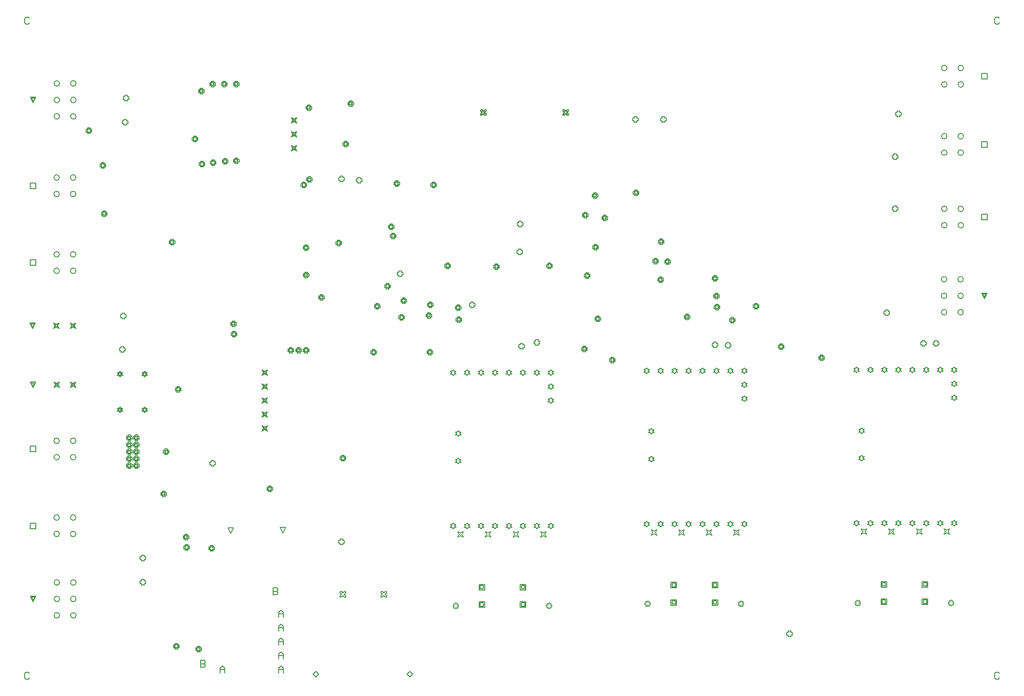
<source format=gbr>
%TF.GenerationSoftware,Altium Limited,Altium Designer,20.1.14 (287)*%
G04 Layer_Color=2752767*
%FSLAX25Y25*%
%MOIN*%
%TF.SameCoordinates,420D9B4C-C7A0-47ED-81AF-82C992674030*%
%TF.FilePolarity,Positive*%
%TF.FileFunction,Drawing*%
%TF.Part,Single*%
G01*
G75*
%TA.AperFunction,NonConductor*%
%ADD63C,0.00500*%
%ADD131C,0.00667*%
%ADD132C,0.00400*%
D63*
X18856Y311819D02*
Y315819D01*
X22856D01*
Y311819D01*
X18856D01*
Y366895D02*
Y370895D01*
X22856D01*
Y366895D01*
X18856D01*
X200000Y120000D02*
X198000Y124000D01*
X202000D01*
X200000Y120000D01*
X325500Y169500D02*
X326500Y170500D01*
X327500D01*
X326500Y171500D01*
X327500Y172500D01*
X326500D01*
X325500Y173500D01*
X324500Y172500D01*
X323500D01*
X324500Y171500D01*
X323500Y170500D01*
X324500D01*
X325500Y169500D01*
Y189200D02*
X326500Y190200D01*
X327500D01*
X326500Y191200D01*
X327500Y192200D01*
X326500D01*
X325500Y193200D01*
X324500Y192200D01*
X323500D01*
X324500Y191200D01*
X323500Y190200D01*
X324500D01*
X325500Y189200D01*
X384500Y116700D02*
X385500Y118700D01*
X384500Y120700D01*
X386500Y119700D01*
X388500Y120700D01*
X387500Y118700D01*
X388500Y116700D01*
X386500Y117700D01*
X384500Y116700D01*
X364800D02*
X365800Y118700D01*
X364800Y120700D01*
X366800Y119700D01*
X368800Y120700D01*
X367800Y118700D01*
X368800Y116700D01*
X366800Y117700D01*
X364800Y116700D01*
X345100D02*
X346100Y118700D01*
X345100Y120700D01*
X347100Y119700D01*
X349100Y120700D01*
X348100Y118700D01*
X349100Y116700D01*
X347100Y117700D01*
X345100Y116700D01*
X325400D02*
X326400Y118700D01*
X325400Y120700D01*
X327400Y119700D01*
X329400Y120700D01*
X328400Y118700D01*
X329400Y116700D01*
X327400Y117700D01*
X325400Y116700D01*
X392000Y212700D02*
X393000Y213700D01*
X394000D01*
X393000Y214700D01*
X394000Y215700D01*
X393000D01*
X392000Y216700D01*
X391000Y215700D01*
X390000D01*
X391000Y214700D01*
X390000Y213700D01*
X391000D01*
X392000Y212700D01*
Y222700D02*
X393000Y223700D01*
X394000D01*
X393000Y224700D01*
X394000Y225700D01*
X393000D01*
X392000Y226700D01*
X391000Y225700D01*
X390000D01*
X391000Y224700D01*
X390000Y223700D01*
X391000D01*
X392000Y222700D01*
Y232700D02*
X393000Y233700D01*
X394000D01*
X393000Y234700D01*
X394000Y235700D01*
X393000D01*
X392000Y236700D01*
X391000Y235700D01*
X390000D01*
X391000Y234700D01*
X390000Y233700D01*
X391000D01*
X392000Y232700D01*
X382000D02*
X383000Y233700D01*
X384000D01*
X383000Y234700D01*
X384000Y235700D01*
X383000D01*
X382000Y236700D01*
X381000Y235700D01*
X380000D01*
X381000Y234700D01*
X380000Y233700D01*
X381000D01*
X382000Y232700D01*
X372000D02*
X373000Y233700D01*
X374000D01*
X373000Y234700D01*
X374000Y235700D01*
X373000D01*
X372000Y236700D01*
X371000Y235700D01*
X370000D01*
X371000Y234700D01*
X370000Y233700D01*
X371000D01*
X372000Y232700D01*
X362000D02*
X363000Y233700D01*
X364000D01*
X363000Y234700D01*
X364000Y235700D01*
X363000D01*
X362000Y236700D01*
X361000Y235700D01*
X360000D01*
X361000Y234700D01*
X360000Y233700D01*
X361000D01*
X362000Y232700D01*
X352000D02*
X353000Y233700D01*
X354000D01*
X353000Y234700D01*
X354000Y235700D01*
X353000D01*
X352000Y236700D01*
X351000Y235700D01*
X350000D01*
X351000Y234700D01*
X350000Y233700D01*
X351000D01*
X352000Y232700D01*
X342000D02*
X343000Y233700D01*
X344000D01*
X343000Y234700D01*
X344000Y235700D01*
X343000D01*
X342000Y236700D01*
X341000Y235700D01*
X340000D01*
X341000Y234700D01*
X340000Y233700D01*
X341000D01*
X342000Y232700D01*
X332000D02*
X333000Y233700D01*
X334000D01*
X333000Y234700D01*
X334000Y235700D01*
X333000D01*
X332000Y236700D01*
X331000Y235700D01*
X330000D01*
X331000Y234700D01*
X330000Y233700D01*
X331000D01*
X332000Y232700D01*
X322000D02*
X323000Y233700D01*
X324000D01*
X323000Y234700D01*
X324000Y235700D01*
X323000D01*
X322000Y236700D01*
X321000Y235700D01*
X320000D01*
X321000Y234700D01*
X320000Y233700D01*
X321000D01*
X322000Y232700D01*
Y122700D02*
X323000Y123700D01*
X324000D01*
X323000Y124700D01*
X324000Y125700D01*
X323000D01*
X322000Y126700D01*
X321000Y125700D01*
X320000D01*
X321000Y124700D01*
X320000Y123700D01*
X321000D01*
X322000Y122700D01*
X332000D02*
X333000Y123700D01*
X334000D01*
X333000Y124700D01*
X334000Y125700D01*
X333000D01*
X332000Y126700D01*
X331000Y125700D01*
X330000D01*
X331000Y124700D01*
X330000Y123700D01*
X331000D01*
X332000Y122700D01*
X342000D02*
X343000Y123700D01*
X344000D01*
X343000Y124700D01*
X344000Y125700D01*
X343000D01*
X342000Y126700D01*
X341000Y125700D01*
X340000D01*
X341000Y124700D01*
X340000Y123700D01*
X341000D01*
X342000Y122700D01*
X352000D02*
X353000Y123700D01*
X354000D01*
X353000Y124700D01*
X354000Y125700D01*
X353000D01*
X352000Y126700D01*
X351000Y125700D01*
X350000D01*
X351000Y124700D01*
X350000Y123700D01*
X351000D01*
X352000Y122700D01*
X362000D02*
X363000Y123700D01*
X364000D01*
X363000Y124700D01*
X364000Y125700D01*
X363000D01*
X362000Y126700D01*
X361000Y125700D01*
X360000D01*
X361000Y124700D01*
X360000Y123700D01*
X361000D01*
X362000Y122700D01*
X372000D02*
X373000Y123700D01*
X374000D01*
X373000Y124700D01*
X374000Y125700D01*
X373000D01*
X372000Y126700D01*
X371000Y125700D01*
X370000D01*
X371000Y124700D01*
X370000Y123700D01*
X371000D01*
X372000Y122700D01*
X382000D02*
X383000Y123700D01*
X384000D01*
X383000Y124700D01*
X384000Y125700D01*
X383000D01*
X382000Y126700D01*
X381000Y125700D01*
X380000D01*
X381000Y124700D01*
X380000Y123700D01*
X381000D01*
X382000Y122700D01*
X392000D02*
X393000Y123700D01*
X394000D01*
X393000Y124700D01*
X394000Y125700D01*
X393000D01*
X392000Y126700D01*
X391000Y125700D01*
X390000D01*
X391000Y124700D01*
X390000Y123700D01*
X391000D01*
X392000Y122700D01*
X148500Y169000D02*
Y168000D01*
X150500D01*
Y169000D01*
X151500D01*
Y171000D01*
X150500D01*
Y172000D01*
X148500D01*
Y171000D01*
X147500D01*
Y169000D01*
X148500D01*
X451500Y415500D02*
Y414500D01*
X453500D01*
Y415500D01*
X454500D01*
Y417500D01*
X453500D01*
Y418500D01*
X451500D01*
Y417500D01*
X450500D01*
Y415500D01*
X451500D01*
X241000Y112500D02*
Y111500D01*
X243000D01*
Y112500D01*
X244000D01*
Y114500D01*
X243000D01*
Y115500D01*
X241000D01*
Y114500D01*
X240000D01*
Y112500D01*
X241000D01*
X471500Y415500D02*
Y414500D01*
X473500D01*
Y415500D01*
X474500D01*
Y417500D01*
X473500D01*
Y418500D01*
X471500D01*
Y417500D01*
X470500D01*
Y415500D01*
X471500D01*
X562000Y46500D02*
Y45500D01*
X564000D01*
Y46500D01*
X565000D01*
Y48500D01*
X564000D01*
Y49500D01*
X562000D01*
Y48500D01*
X561000D01*
Y46500D01*
X562000D01*
X270400Y74000D02*
X271400D01*
X272400Y75000D01*
X273400Y74000D01*
X274400D01*
Y75000D01*
X273400Y76000D01*
X274400Y77000D01*
Y78000D01*
X273400D01*
X272400Y77000D01*
X271400Y78000D01*
X270400D01*
Y77000D01*
X271400Y76000D01*
X270400Y75000D01*
Y74000D01*
X241000D02*
X242000D01*
X243000Y75000D01*
X244000Y74000D01*
X245000D01*
Y75000D01*
X244000Y76000D01*
X245000Y77000D01*
Y78000D01*
X244000D01*
X243000Y77000D01*
X242000Y78000D01*
X241000D01*
Y77000D01*
X242000Y76000D01*
X241000Y75000D01*
Y74000D01*
X289000Y18500D02*
X291000Y20500D01*
X293000Y18500D01*
X291000Y16500D01*
X289000Y18500D01*
X221500D02*
X223500Y20500D01*
X225500Y18500D01*
X223500Y16500D01*
X221500Y18500D01*
X370000Y66500D02*
Y70500D01*
X374000D01*
Y66500D01*
X370000D01*
X370800Y67300D02*
Y69700D01*
X373200D01*
Y67300D01*
X370800D01*
X370000Y79020D02*
Y83020D01*
X374000D01*
Y79020D01*
X370000D01*
X370800Y79820D02*
Y82220D01*
X373200D01*
Y79820D01*
X370800D01*
X340512Y66500D02*
Y70500D01*
X344512D01*
Y66500D01*
X340512D01*
X341312Y67300D02*
Y69700D01*
X343712D01*
Y67300D01*
X341312D01*
X340512Y79020D02*
Y83020D01*
X344512D01*
Y79020D01*
X340512D01*
X341312Y79820D02*
Y82220D01*
X343712D01*
Y79820D01*
X341312D01*
X478000Y80520D02*
Y84520D01*
X482000D01*
Y80520D01*
X478000D01*
X478800Y81320D02*
Y83720D01*
X481200D01*
Y81320D01*
X478800D01*
X478000Y68000D02*
Y72000D01*
X482000D01*
Y68000D01*
X478000D01*
X478800Y68800D02*
Y71200D01*
X481200D01*
Y68800D01*
X478800D01*
X507488Y80520D02*
Y84520D01*
X511488D01*
Y80520D01*
X507488D01*
X508288Y81320D02*
Y83720D01*
X510688D01*
Y81320D01*
X508288D01*
X507488Y68000D02*
Y72000D01*
X511488D01*
Y68000D01*
X507488D01*
X508288Y68800D02*
Y71200D01*
X510688D01*
Y68800D01*
X508288D01*
X658000Y68500D02*
Y72500D01*
X662000D01*
Y68500D01*
X658000D01*
X658800Y69300D02*
Y71700D01*
X661200D01*
Y69300D01*
X658800D01*
X658000Y81020D02*
Y85020D01*
X662000D01*
Y81020D01*
X658000D01*
X658800Y81820D02*
Y84220D01*
X661200D01*
Y81820D01*
X658800D01*
X628512Y68500D02*
Y72500D01*
X632512D01*
Y68500D01*
X628512D01*
X629312Y69300D02*
Y71700D01*
X631712D01*
Y69300D01*
X629312D01*
X628512Y81020D02*
Y85020D01*
X632512D01*
Y81020D01*
X628512D01*
X629312Y81820D02*
Y84220D01*
X631712D01*
Y81820D01*
X629312D01*
X702500Y288000D02*
X700500Y292000D01*
X704500D01*
X702500Y288000D01*
Y288800D02*
X701300Y291200D01*
X703700D01*
X702500Y288800D01*
X21000Y428500D02*
X19000Y432500D01*
X23000D01*
X21000Y428500D01*
Y429300D02*
X19800Y431700D01*
X22200D01*
X21000Y429300D01*
X83142Y231795D02*
X84142Y232795D01*
X85142D01*
X84142Y233795D01*
X85142Y234795D01*
X84142D01*
X83142Y235795D01*
X82142Y234795D01*
X81142D01*
X82142Y233795D01*
X81142Y232795D01*
X82142D01*
X83142Y231795D01*
Y232595D02*
X83742Y233195D01*
X84342D01*
X83742Y233795D01*
X84342Y234395D01*
X83742D01*
X83142Y234995D01*
X82542Y234395D01*
X81942D01*
X82542Y233795D01*
X81942Y233195D01*
X82542D01*
X83142Y232595D01*
Y206205D02*
X84142Y207205D01*
X85142D01*
X84142Y208205D01*
X85142Y209205D01*
X84142D01*
X83142Y210205D01*
X82142Y209205D01*
X81142D01*
X82142Y208205D01*
X81142Y207205D01*
X82142D01*
X83142Y206205D01*
Y207005D02*
X83742Y207605D01*
X84342D01*
X83742Y208205D01*
X84342Y208805D01*
X83742D01*
X83142Y209405D01*
X82542Y208805D01*
X81942D01*
X82542Y208205D01*
X81942Y207605D01*
X82542D01*
X83142Y207005D01*
X100858Y206205D02*
X101858Y207205D01*
X102858D01*
X101858Y208205D01*
X102858Y209205D01*
X101858D01*
X100858Y210205D01*
X99858Y209205D01*
X98858D01*
X99858Y208205D01*
X98858Y207205D01*
X99858D01*
X100858Y206205D01*
Y207005D02*
X101458Y207605D01*
X102058D01*
X101458Y208205D01*
X102058Y208805D01*
X101458D01*
X100858Y209405D01*
X100258Y208805D01*
X99658D01*
X100258Y208205D01*
X99658Y207605D01*
X100258D01*
X100858Y207005D01*
Y231795D02*
X101858Y232795D01*
X102858D01*
X101858Y233795D01*
X102858Y234795D01*
X101858D01*
X100858Y235795D01*
X99858Y234795D01*
X98858D01*
X99858Y233795D01*
X98858Y232795D01*
X99858D01*
X100858Y231795D01*
Y232595D02*
X101458Y233195D01*
X102058D01*
X101458Y233795D01*
X102058Y234395D01*
X101458D01*
X100858Y234995D01*
X100258Y234395D01*
X99658D01*
X100258Y233795D01*
X99658Y233195D01*
X100258D01*
X100858Y232595D01*
X84500Y274500D02*
Y273500D01*
X86500D01*
Y274500D01*
X87500D01*
Y276500D01*
X86500D01*
Y277500D01*
X84500D01*
Y276500D01*
X83500D01*
Y274500D01*
X84500D01*
X35689Y266500D02*
X36689Y268500D01*
X35689Y270500D01*
X37689Y269500D01*
X39689Y270500D01*
X38689Y268500D01*
X39689Y266500D01*
X37689Y267500D01*
X35689Y266500D01*
X36489Y267300D02*
X37089Y268500D01*
X36489Y269700D01*
X37689Y269100D01*
X38889Y269700D01*
X38289Y268500D01*
X38889Y267300D01*
X37689Y267900D01*
X36489Y267300D01*
X47500Y266500D02*
X48500Y268500D01*
X47500Y270500D01*
X49500Y269500D01*
X51500Y270500D01*
X50500Y268500D01*
X51500Y266500D01*
X49500Y267500D01*
X47500Y266500D01*
X48300Y267300D02*
X48900Y268500D01*
X48300Y269700D01*
X49500Y269100D01*
X50700Y269700D01*
X50100Y268500D01*
X50700Y267300D01*
X49500Y267900D01*
X48300Y267300D01*
X20681Y266500D02*
X18681Y270500D01*
X22681D01*
X20681Y266500D01*
Y267300D02*
X19481Y269700D01*
X21881D01*
X20681Y267300D01*
X35864Y224057D02*
X36864Y226057D01*
X35864Y228057D01*
X37864Y227057D01*
X39864Y228057D01*
X38864Y226057D01*
X39864Y224057D01*
X37864Y225057D01*
X35864Y224057D01*
X36664Y224857D02*
X37264Y226057D01*
X36664Y227257D01*
X37864Y226657D01*
X39064Y227257D01*
X38464Y226057D01*
X39064Y224857D01*
X37864Y225457D01*
X36664Y224857D01*
X47675Y224057D02*
X48675Y226057D01*
X47675Y228057D01*
X49675Y227057D01*
X51675Y228057D01*
X50675Y226057D01*
X51675Y224057D01*
X49675Y225057D01*
X47675Y224057D01*
X48475Y224857D02*
X49075Y226057D01*
X48475Y227257D01*
X49675Y226657D01*
X50875Y227257D01*
X50275Y226057D01*
X50875Y224857D01*
X49675Y225457D01*
X48475Y224857D01*
X20856Y224057D02*
X18856Y228057D01*
X22856D01*
X20856Y224057D01*
Y224857D02*
X19656Y227257D01*
X22056D01*
X20856Y224857D01*
X18856Y178093D02*
Y182093D01*
X22856D01*
Y178093D01*
X18856D01*
Y123017D02*
Y127017D01*
X22856D01*
Y123017D01*
X18856D01*
X21000Y70500D02*
X19000Y74500D01*
X23000D01*
X21000Y70500D01*
Y71300D02*
X19800Y73700D01*
X22200D01*
X21000Y71300D01*
X614500Y171500D02*
X615500Y172500D01*
X616500D01*
X615500Y173500D01*
X616500Y174500D01*
X615500D01*
X614500Y175500D01*
X613500Y174500D01*
X612500D01*
X613500Y173500D01*
X612500Y172500D01*
X613500D01*
X614500Y171500D01*
Y191200D02*
X615500Y192200D01*
X616500D01*
X615500Y193200D01*
X616500Y194200D01*
X615500D01*
X614500Y195200D01*
X613500Y194200D01*
X612500D01*
X613500Y193200D01*
X612500Y192200D01*
X613500D01*
X614500Y191200D01*
X673500Y118700D02*
X674500Y120700D01*
X673500Y122700D01*
X675500Y121700D01*
X677500Y122700D01*
X676500Y120700D01*
X677500Y118700D01*
X675500Y119700D01*
X673500Y118700D01*
X653800D02*
X654800Y120700D01*
X653800Y122700D01*
X655800Y121700D01*
X657800Y122700D01*
X656800Y120700D01*
X657800Y118700D01*
X655800Y119700D01*
X653800Y118700D01*
X634100D02*
X635100Y120700D01*
X634100Y122700D01*
X636100Y121700D01*
X638100Y122700D01*
X637100Y120700D01*
X638100Y118700D01*
X636100Y119700D01*
X634100Y118700D01*
X614400D02*
X615400Y120700D01*
X614400Y122700D01*
X616400Y121700D01*
X618400Y122700D01*
X617400Y120700D01*
X618400Y118700D01*
X616400Y119700D01*
X614400Y118700D01*
X681000Y214700D02*
X682000Y215700D01*
X683000D01*
X682000Y216700D01*
X683000Y217700D01*
X682000D01*
X681000Y218700D01*
X680000Y217700D01*
X679000D01*
X680000Y216700D01*
X679000Y215700D01*
X680000D01*
X681000Y214700D01*
Y224700D02*
X682000Y225700D01*
X683000D01*
X682000Y226700D01*
X683000Y227700D01*
X682000D01*
X681000Y228700D01*
X680000Y227700D01*
X679000D01*
X680000Y226700D01*
X679000Y225700D01*
X680000D01*
X681000Y224700D01*
Y234700D02*
X682000Y235700D01*
X683000D01*
X682000Y236700D01*
X683000Y237700D01*
X682000D01*
X681000Y238700D01*
X680000Y237700D01*
X679000D01*
X680000Y236700D01*
X679000Y235700D01*
X680000D01*
X681000Y234700D01*
X671000D02*
X672000Y235700D01*
X673000D01*
X672000Y236700D01*
X673000Y237700D01*
X672000D01*
X671000Y238700D01*
X670000Y237700D01*
X669000D01*
X670000Y236700D01*
X669000Y235700D01*
X670000D01*
X671000Y234700D01*
X661000D02*
X662000Y235700D01*
X663000D01*
X662000Y236700D01*
X663000Y237700D01*
X662000D01*
X661000Y238700D01*
X660000Y237700D01*
X659000D01*
X660000Y236700D01*
X659000Y235700D01*
X660000D01*
X661000Y234700D01*
X651000D02*
X652000Y235700D01*
X653000D01*
X652000Y236700D01*
X653000Y237700D01*
X652000D01*
X651000Y238700D01*
X650000Y237700D01*
X649000D01*
X650000Y236700D01*
X649000Y235700D01*
X650000D01*
X651000Y234700D01*
X641000D02*
X642000Y235700D01*
X643000D01*
X642000Y236700D01*
X643000Y237700D01*
X642000D01*
X641000Y238700D01*
X640000Y237700D01*
X639000D01*
X640000Y236700D01*
X639000Y235700D01*
X640000D01*
X641000Y234700D01*
X631000D02*
X632000Y235700D01*
X633000D01*
X632000Y236700D01*
X633000Y237700D01*
X632000D01*
X631000Y238700D01*
X630000Y237700D01*
X629000D01*
X630000Y236700D01*
X629000Y235700D01*
X630000D01*
X631000Y234700D01*
X621000D02*
X622000Y235700D01*
X623000D01*
X622000Y236700D01*
X623000Y237700D01*
X622000D01*
X621000Y238700D01*
X620000Y237700D01*
X619000D01*
X620000Y236700D01*
X619000Y235700D01*
X620000D01*
X621000Y234700D01*
X611000D02*
X612000Y235700D01*
X613000D01*
X612000Y236700D01*
X613000Y237700D01*
X612000D01*
X611000Y238700D01*
X610000Y237700D01*
X609000D01*
X610000Y236700D01*
X609000Y235700D01*
X610000D01*
X611000Y234700D01*
Y124700D02*
X612000Y125700D01*
X613000D01*
X612000Y126700D01*
X613000Y127700D01*
X612000D01*
X611000Y128700D01*
X610000Y127700D01*
X609000D01*
X610000Y126700D01*
X609000Y125700D01*
X610000D01*
X611000Y124700D01*
X621000D02*
X622000Y125700D01*
X623000D01*
X622000Y126700D01*
X623000Y127700D01*
X622000D01*
X621000Y128700D01*
X620000Y127700D01*
X619000D01*
X620000Y126700D01*
X619000Y125700D01*
X620000D01*
X621000Y124700D01*
X631000D02*
X632000Y125700D01*
X633000D01*
X632000Y126700D01*
X633000Y127700D01*
X632000D01*
X631000Y128700D01*
X630000Y127700D01*
X629000D01*
X630000Y126700D01*
X629000Y125700D01*
X630000D01*
X631000Y124700D01*
X641000D02*
X642000Y125700D01*
X643000D01*
X642000Y126700D01*
X643000Y127700D01*
X642000D01*
X641000Y128700D01*
X640000Y127700D01*
X639000D01*
X640000Y126700D01*
X639000Y125700D01*
X640000D01*
X641000Y124700D01*
X651000D02*
X652000Y125700D01*
X653000D01*
X652000Y126700D01*
X653000Y127700D01*
X652000D01*
X651000Y128700D01*
X650000Y127700D01*
X649000D01*
X650000Y126700D01*
X649000Y125700D01*
X650000D01*
X651000Y124700D01*
X661000D02*
X662000Y125700D01*
X663000D01*
X662000Y126700D01*
X663000Y127700D01*
X662000D01*
X661000Y128700D01*
X660000Y127700D01*
X659000D01*
X660000Y126700D01*
X659000Y125700D01*
X660000D01*
X661000Y124700D01*
X671000D02*
X672000Y125700D01*
X673000D01*
X672000Y126700D01*
X673000Y127700D01*
X672000D01*
X671000Y128700D01*
X670000Y127700D01*
X669000D01*
X670000Y126700D01*
X669000Y125700D01*
X670000D01*
X671000Y124700D01*
X681000D02*
X682000Y125700D01*
X683000D01*
X682000Y126700D01*
X683000Y127700D01*
X682000D01*
X681000Y128700D01*
X680000Y127700D01*
X679000D01*
X680000Y126700D01*
X679000Y125700D01*
X680000D01*
X681000Y124700D01*
X253500Y372000D02*
Y371000D01*
X255500D01*
Y372000D01*
X256500D01*
Y374000D01*
X255500D01*
Y375000D01*
X253500D01*
Y374000D01*
X252500D01*
Y372000D01*
X253500D01*
X241000Y373000D02*
Y372000D01*
X243000D01*
Y373000D01*
X244000D01*
Y375000D01*
X243000D01*
Y376000D01*
X241000D01*
Y375000D01*
X240000D01*
Y373000D01*
X241000D01*
X658000Y255000D02*
Y254000D01*
X660000D01*
Y255000D01*
X661000D01*
Y257000D01*
X660000D01*
Y258000D01*
X658000D01*
Y257000D01*
X657000D01*
Y255000D01*
X658000D01*
X508500Y254000D02*
Y253000D01*
X510500D01*
Y254000D01*
X511500D01*
Y256000D01*
X510500D01*
Y257000D01*
X508500D01*
Y256000D01*
X507500D01*
Y254000D01*
X508500D01*
X381000Y255500D02*
Y254500D01*
X383000D01*
Y255500D01*
X384000D01*
Y257500D01*
X383000D01*
Y258500D01*
X381000D01*
Y257500D01*
X380000D01*
Y255500D01*
X381000D01*
X370000Y253000D02*
Y252000D01*
X372000D01*
Y253000D01*
X373000D01*
Y255000D01*
X372000D01*
Y256000D01*
X370000D01*
Y255000D01*
X369000D01*
Y253000D01*
X370000D01*
X667000Y255000D02*
Y254000D01*
X669000D01*
Y255000D01*
X670000D01*
Y257000D01*
X669000D01*
Y258000D01*
X667000D01*
Y257000D01*
X666000D01*
Y255000D01*
X667000D01*
X88823Y187028D02*
Y186028D01*
X90823D01*
Y187028D01*
X91823D01*
Y189028D01*
X90823D01*
Y190028D01*
X88823D01*
Y189028D01*
X87823D01*
Y187028D01*
X88823D01*
X89223Y187428D02*
Y186828D01*
X90423D01*
Y187428D01*
X91023D01*
Y188628D01*
X90423D01*
Y189228D01*
X89223D01*
Y188628D01*
X88623D01*
Y187428D01*
X89223D01*
X93823Y187028D02*
Y186028D01*
X95823D01*
Y187028D01*
X96823D01*
Y189028D01*
X95823D01*
Y190028D01*
X93823D01*
Y189028D01*
X92823D01*
Y187028D01*
X93823D01*
X94223Y187428D02*
Y186828D01*
X95423D01*
Y187428D01*
X96023D01*
Y188628D01*
X95423D01*
Y189228D01*
X94223D01*
Y188628D01*
X93623D01*
Y187428D01*
X94223D01*
X88823Y182028D02*
Y181028D01*
X90823D01*
Y182028D01*
X91823D01*
Y184028D01*
X90823D01*
Y185028D01*
X88823D01*
Y184028D01*
X87823D01*
Y182028D01*
X88823D01*
X89223Y182428D02*
Y181828D01*
X90423D01*
Y182428D01*
X91023D01*
Y183628D01*
X90423D01*
Y184228D01*
X89223D01*
Y183628D01*
X88623D01*
Y182428D01*
X89223D01*
X93823Y182028D02*
Y181028D01*
X95823D01*
Y182028D01*
X96823D01*
Y184028D01*
X95823D01*
Y185028D01*
X93823D01*
Y184028D01*
X92823D01*
Y182028D01*
X93823D01*
X94223Y182428D02*
Y181828D01*
X95423D01*
Y182428D01*
X96023D01*
Y183628D01*
X95423D01*
Y184228D01*
X94223D01*
Y183628D01*
X93623D01*
Y182428D01*
X94223D01*
X88823Y177028D02*
Y176028D01*
X90823D01*
Y177028D01*
X91823D01*
Y179028D01*
X90823D01*
Y180028D01*
X88823D01*
Y179028D01*
X87823D01*
Y177028D01*
X88823D01*
X89223Y177428D02*
Y176828D01*
X90423D01*
Y177428D01*
X91023D01*
Y178628D01*
X90423D01*
Y179228D01*
X89223D01*
Y178628D01*
X88623D01*
Y177428D01*
X89223D01*
X93823Y177028D02*
Y176028D01*
X95823D01*
Y177028D01*
X96823D01*
Y179028D01*
X95823D01*
Y180028D01*
X93823D01*
Y179028D01*
X92823D01*
Y177028D01*
X93823D01*
X94223Y177428D02*
Y176828D01*
X95423D01*
Y177428D01*
X96023D01*
Y178628D01*
X95423D01*
Y179228D01*
X94223D01*
Y178628D01*
X93623D01*
Y177428D01*
X94223D01*
X88823Y172028D02*
Y171028D01*
X90823D01*
Y172028D01*
X91823D01*
Y174028D01*
X90823D01*
Y175028D01*
X88823D01*
Y174028D01*
X87823D01*
Y172028D01*
X88823D01*
X89223Y172428D02*
Y171828D01*
X90423D01*
Y172428D01*
X91023D01*
Y173628D01*
X90423D01*
Y174228D01*
X89223D01*
Y173628D01*
X88623D01*
Y172428D01*
X89223D01*
X93823Y172028D02*
Y171028D01*
X95823D01*
Y172028D01*
X96823D01*
Y174028D01*
X95823D01*
Y175028D01*
X93823D01*
Y174028D01*
X92823D01*
Y172028D01*
X93823D01*
X94223Y172428D02*
Y171828D01*
X95423D01*
Y172428D01*
X96023D01*
Y173628D01*
X95423D01*
Y174228D01*
X94223D01*
Y173628D01*
X93623D01*
Y172428D01*
X94223D01*
X88823Y167028D02*
Y166028D01*
X90823D01*
Y167028D01*
X91823D01*
Y169028D01*
X90823D01*
Y170028D01*
X88823D01*
Y169028D01*
X87823D01*
Y167028D01*
X88823D01*
X89223Y167428D02*
Y166828D01*
X90423D01*
Y167428D01*
X91023D01*
Y168628D01*
X90423D01*
Y169228D01*
X89223D01*
Y168628D01*
X88623D01*
Y167428D01*
X89223D01*
X93823Y167028D02*
Y166028D01*
X95823D01*
Y167028D01*
X96823D01*
Y169028D01*
X95823D01*
Y170028D01*
X93823D01*
Y169028D01*
X92823D01*
Y167028D01*
X93823D01*
X94223Y167428D02*
Y166828D01*
X95423D01*
Y167428D01*
X96023D01*
Y168628D01*
X95423D01*
Y169228D01*
X94223D01*
Y168628D01*
X93623D01*
Y167428D01*
X94223D01*
X637500Y351500D02*
Y350500D01*
X639500D01*
Y351500D01*
X640500D01*
Y353500D01*
X639500D01*
Y354500D01*
X637500D01*
Y353500D01*
X636500D01*
Y351500D01*
X637500D01*
Y389000D02*
Y388000D01*
X639500D01*
Y389000D01*
X640500D01*
Y391000D01*
X639500D01*
Y392000D01*
X637500D01*
Y391000D01*
X636500D01*
Y389000D01*
X637500D01*
X640000Y419500D02*
Y418500D01*
X642000D01*
Y419500D01*
X643000D01*
Y421500D01*
X642000D01*
Y422500D01*
X640000D01*
Y421500D01*
X639000D01*
Y419500D01*
X640000D01*
X86000Y413500D02*
Y412500D01*
X88000D01*
Y413500D01*
X89000D01*
Y415500D01*
X88000D01*
Y416500D01*
X86000D01*
Y415500D01*
X85000D01*
Y413500D01*
X86000D01*
X86500Y431000D02*
Y430000D01*
X88500D01*
Y431000D01*
X89500D01*
Y433000D01*
X88500D01*
Y434000D01*
X86500D01*
Y433000D01*
X85500D01*
Y431000D01*
X86500D01*
X98500Y83500D02*
Y82500D01*
X100500D01*
Y83500D01*
X101500D01*
Y85500D01*
X100500D01*
Y86500D01*
X98500D01*
Y85500D01*
X97500D01*
Y83500D01*
X98500D01*
Y101000D02*
Y100000D01*
X100500D01*
Y101000D01*
X101500D01*
Y103000D01*
X100500D01*
Y104000D01*
X98500D01*
Y103000D01*
X97500D01*
Y101000D01*
X98500D01*
X84000Y250500D02*
Y249500D01*
X86000D01*
Y250500D01*
X87000D01*
Y252500D01*
X86000D01*
Y253500D01*
X84000D01*
Y252500D01*
X83000D01*
Y250500D01*
X84000D01*
X283000Y305000D02*
Y304000D01*
X285000D01*
Y305000D01*
X286000D01*
Y307000D01*
X285000D01*
Y308000D01*
X283000D01*
Y307000D01*
X282000D01*
Y305000D01*
X283000D01*
X368500Y320500D02*
Y319500D01*
X370500D01*
Y320500D01*
X371500D01*
Y322500D01*
X370500D01*
Y323500D01*
X368500D01*
Y322500D01*
X367500D01*
Y320500D01*
X368500D01*
X369000Y340500D02*
Y339500D01*
X371000D01*
Y340500D01*
X372000D01*
Y342500D01*
X371000D01*
Y343500D01*
X369000D01*
Y342500D01*
X368000D01*
Y340500D01*
X369000D01*
X162500Y119500D02*
X160500Y123500D01*
X164500D01*
X162500Y119500D01*
X334500Y282500D02*
Y281500D01*
X336500D01*
Y282500D01*
X337500D01*
Y284500D01*
X336500D01*
Y285500D01*
X334500D01*
Y284500D01*
X333500D01*
Y282500D01*
X334500D01*
X631500Y277000D02*
Y276000D01*
X633500D01*
Y277000D01*
X634500D01*
Y279000D01*
X633500D01*
Y280000D01*
X631500D01*
Y279000D01*
X630500D01*
Y277000D01*
X631500D01*
X700644Y445500D02*
Y449500D01*
X704644D01*
Y445500D01*
X700644D01*
Y396595D02*
Y400595D01*
X704644D01*
Y396595D01*
X700644D01*
Y344500D02*
Y348500D01*
X704644D01*
Y344500D01*
X700644D01*
X341472Y419500D02*
X342472D01*
X343472Y420500D01*
X344472Y419500D01*
X345472D01*
Y420500D01*
X344472Y421500D01*
X345472Y422500D01*
Y423500D01*
X344472D01*
X343472Y422500D01*
X342472Y423500D01*
X341472D01*
Y422500D01*
X342472Y421500D01*
X341472Y420500D01*
Y419500D01*
X342272Y420300D02*
X342872D01*
X343472Y420900D01*
X344072Y420300D01*
X344672D01*
Y420900D01*
X344072Y421500D01*
X344672Y422100D01*
Y422700D01*
X344072D01*
X343472Y422100D01*
X342872Y422700D01*
X342272D01*
Y422100D01*
X342872Y421500D01*
X342272Y420900D01*
Y420300D01*
X400528Y419500D02*
X401528D01*
X402528Y420500D01*
X403528Y419500D01*
X404528D01*
Y420500D01*
X403528Y421500D01*
X404528Y422500D01*
Y423500D01*
X403528D01*
X402528Y422500D01*
X401528Y423500D01*
X400528D01*
Y422500D01*
X401528Y421500D01*
X400528Y420500D01*
Y419500D01*
X401328Y420300D02*
X401928D01*
X402528Y420900D01*
X403128Y420300D01*
X403728D01*
Y420900D01*
X403128Y421500D01*
X403728Y422100D01*
Y422700D01*
X403128D01*
X402528Y422100D01*
X401928Y422700D01*
X401328D01*
Y422100D01*
X401928Y421500D01*
X401328Y420900D01*
Y420300D01*
X518000Y253500D02*
Y252500D01*
X520000D01*
Y253500D01*
X521000D01*
Y255500D01*
X520000D01*
Y256500D01*
X518000D01*
Y255500D01*
X517000D01*
Y253500D01*
X518000D01*
X530500Y124200D02*
X531500Y125200D01*
X532500D01*
X531500Y126200D01*
X532500Y127200D01*
X531500D01*
X530500Y128200D01*
X529500Y127200D01*
X528500D01*
X529500Y126200D01*
X528500Y125200D01*
X529500D01*
X530500Y124200D01*
X520500D02*
X521500Y125200D01*
X522500D01*
X521500Y126200D01*
X522500Y127200D01*
X521500D01*
X520500Y128200D01*
X519500Y127200D01*
X518500D01*
X519500Y126200D01*
X518500Y125200D01*
X519500D01*
X520500Y124200D01*
X510500D02*
X511500Y125200D01*
X512500D01*
X511500Y126200D01*
X512500Y127200D01*
X511500D01*
X510500Y128200D01*
X509500Y127200D01*
X508500D01*
X509500Y126200D01*
X508500Y125200D01*
X509500D01*
X510500Y124200D01*
X500500D02*
X501500Y125200D01*
X502500D01*
X501500Y126200D01*
X502500Y127200D01*
X501500D01*
X500500Y128200D01*
X499500Y127200D01*
X498500D01*
X499500Y126200D01*
X498500Y125200D01*
X499500D01*
X500500Y124200D01*
X490500D02*
X491500Y125200D01*
X492500D01*
X491500Y126200D01*
X492500Y127200D01*
X491500D01*
X490500Y128200D01*
X489500Y127200D01*
X488500D01*
X489500Y126200D01*
X488500Y125200D01*
X489500D01*
X490500Y124200D01*
X480500D02*
X481500Y125200D01*
X482500D01*
X481500Y126200D01*
X482500Y127200D01*
X481500D01*
X480500Y128200D01*
X479500Y127200D01*
X478500D01*
X479500Y126200D01*
X478500Y125200D01*
X479500D01*
X480500Y124200D01*
X470500D02*
X471500Y125200D01*
X472500D01*
X471500Y126200D01*
X472500Y127200D01*
X471500D01*
X470500Y128200D01*
X469500Y127200D01*
X468500D01*
X469500Y126200D01*
X468500Y125200D01*
X469500D01*
X470500Y124200D01*
X460500D02*
X461500Y125200D01*
X462500D01*
X461500Y126200D01*
X462500Y127200D01*
X461500D01*
X460500Y128200D01*
X459500Y127200D01*
X458500D01*
X459500Y126200D01*
X458500Y125200D01*
X459500D01*
X460500Y124200D01*
Y234200D02*
X461500Y235200D01*
X462500D01*
X461500Y236200D01*
X462500Y237200D01*
X461500D01*
X460500Y238200D01*
X459500Y237200D01*
X458500D01*
X459500Y236200D01*
X458500Y235200D01*
X459500D01*
X460500Y234200D01*
X470500D02*
X471500Y235200D01*
X472500D01*
X471500Y236200D01*
X472500Y237200D01*
X471500D01*
X470500Y238200D01*
X469500Y237200D01*
X468500D01*
X469500Y236200D01*
X468500Y235200D01*
X469500D01*
X470500Y234200D01*
X480500D02*
X481500Y235200D01*
X482500D01*
X481500Y236200D01*
X482500Y237200D01*
X481500D01*
X480500Y238200D01*
X479500Y237200D01*
X478500D01*
X479500Y236200D01*
X478500Y235200D01*
X479500D01*
X480500Y234200D01*
X490500D02*
X491500Y235200D01*
X492500D01*
X491500Y236200D01*
X492500Y237200D01*
X491500D01*
X490500Y238200D01*
X489500Y237200D01*
X488500D01*
X489500Y236200D01*
X488500Y235200D01*
X489500D01*
X490500Y234200D01*
X500500D02*
X501500Y235200D01*
X502500D01*
X501500Y236200D01*
X502500Y237200D01*
X501500D01*
X500500Y238200D01*
X499500Y237200D01*
X498500D01*
X499500Y236200D01*
X498500Y235200D01*
X499500D01*
X500500Y234200D01*
X510500D02*
X511500Y235200D01*
X512500D01*
X511500Y236200D01*
X512500Y237200D01*
X511500D01*
X510500Y238200D01*
X509500Y237200D01*
X508500D01*
X509500Y236200D01*
X508500Y235200D01*
X509500D01*
X510500Y234200D01*
X520500D02*
X521500Y235200D01*
X522500D01*
X521500Y236200D01*
X522500Y237200D01*
X521500D01*
X520500Y238200D01*
X519500Y237200D01*
X518500D01*
X519500Y236200D01*
X518500Y235200D01*
X519500D01*
X520500Y234200D01*
X530500D02*
X531500Y235200D01*
X532500D01*
X531500Y236200D01*
X532500Y237200D01*
X531500D01*
X530500Y238200D01*
X529500Y237200D01*
X528500D01*
X529500Y236200D01*
X528500Y235200D01*
X529500D01*
X530500Y234200D01*
Y224200D02*
X531500Y225200D01*
X532500D01*
X531500Y226200D01*
X532500Y227200D01*
X531500D01*
X530500Y228200D01*
X529500Y227200D01*
X528500D01*
X529500Y226200D01*
X528500Y225200D01*
X529500D01*
X530500Y224200D01*
Y214200D02*
X531500Y215200D01*
X532500D01*
X531500Y216200D01*
X532500Y217200D01*
X531500D01*
X530500Y218200D01*
X529500Y217200D01*
X528500D01*
X529500Y216200D01*
X528500Y215200D01*
X529500D01*
X530500Y214200D01*
X463900Y118200D02*
X464900Y120200D01*
X463900Y122200D01*
X465900Y121200D01*
X467900Y122200D01*
X466900Y120200D01*
X467900Y118200D01*
X465900Y119200D01*
X463900Y118200D01*
X483600D02*
X484600Y120200D01*
X483600Y122200D01*
X485600Y121200D01*
X487600Y122200D01*
X486600Y120200D01*
X487600Y118200D01*
X485600Y119200D01*
X483600Y118200D01*
X503300D02*
X504300Y120200D01*
X503300Y122200D01*
X505300Y121200D01*
X507300Y122200D01*
X506300Y120200D01*
X507300Y118200D01*
X505300Y119200D01*
X503300Y118200D01*
X523000D02*
X524000Y120200D01*
X523000Y122200D01*
X525000Y121200D01*
X527000Y122200D01*
X526000Y120200D01*
X527000Y118200D01*
X525000Y119200D01*
X523000Y118200D01*
X464000Y190700D02*
X465000Y191700D01*
X466000D01*
X465000Y192700D01*
X466000Y193700D01*
X465000D01*
X464000Y194700D01*
X463000Y193700D01*
X462000D01*
X463000Y192700D01*
X462000Y191700D01*
X463000D01*
X464000Y190700D01*
Y171000D02*
X465000Y172000D01*
X466000D01*
X465000Y173000D01*
X466000Y174000D01*
X465000D01*
X464000Y175000D01*
X463000Y174000D01*
X462000D01*
X463000Y173000D01*
X462000Y172000D01*
X463000D01*
X464000Y171000D01*
X197000Y59500D02*
Y62832D01*
X198666Y64498D01*
X200332Y62832D01*
Y59500D01*
Y61999D01*
X197000D01*
Y49500D02*
Y52832D01*
X198666Y54498D01*
X200332Y52832D01*
Y49500D01*
Y51999D01*
X197000D01*
Y39500D02*
Y42832D01*
X198666Y44498D01*
X200332Y42832D01*
Y39500D01*
Y41999D01*
X197000D01*
Y29500D02*
Y32832D01*
X198666Y34498D01*
X200332Y32832D01*
Y29500D01*
Y31999D01*
X197000D01*
Y19500D02*
Y22832D01*
X198666Y24498D01*
X200332Y22832D01*
Y19500D01*
Y21999D01*
X197000D01*
X155000Y19500D02*
Y22832D01*
X156666Y24498D01*
X158332Y22832D01*
Y19500D01*
Y21999D01*
X155000D01*
X193000Y80498D02*
Y75500D01*
X195499D01*
X196332Y76333D01*
Y77166D01*
X195499Y77999D01*
X193000D01*
X195499D01*
X196332Y78832D01*
Y79665D01*
X195499Y80498D01*
X193000D01*
X141000Y28498D02*
Y23500D01*
X143499D01*
X144332Y24333D01*
Y25166D01*
X143499Y25999D01*
X141000D01*
X143499D01*
X144332Y26832D01*
Y27665D01*
X143499Y28498D01*
X141000D01*
X185000Y193000D02*
X186000Y195000D01*
X185000Y197000D01*
X187000Y196000D01*
X189000Y197000D01*
X188000Y195000D01*
X189000Y193000D01*
X187000Y194000D01*
X185000Y193000D01*
X185800Y193800D02*
X186400Y195000D01*
X185800Y196200D01*
X187000Y195600D01*
X188200Y196200D01*
X187600Y195000D01*
X188200Y193800D01*
X187000Y194400D01*
X185800Y193800D01*
X185000Y203000D02*
X186000Y205000D01*
X185000Y207000D01*
X187000Y206000D01*
X189000Y207000D01*
X188000Y205000D01*
X189000Y203000D01*
X187000Y204000D01*
X185000Y203000D01*
X185800Y203800D02*
X186400Y205000D01*
X185800Y206200D01*
X187000Y205600D01*
X188200Y206200D01*
X187600Y205000D01*
X188200Y203800D01*
X187000Y204400D01*
X185800Y203800D01*
X185000Y213000D02*
X186000Y215000D01*
X185000Y217000D01*
X187000Y216000D01*
X189000Y217000D01*
X188000Y215000D01*
X189000Y213000D01*
X187000Y214000D01*
X185000Y213000D01*
X185800Y213800D02*
X186400Y215000D01*
X185800Y216200D01*
X187000Y215600D01*
X188200Y216200D01*
X187600Y215000D01*
X188200Y213800D01*
X187000Y214400D01*
X185800Y213800D01*
X185000Y223000D02*
X186000Y225000D01*
X185000Y227000D01*
X187000Y226000D01*
X189000Y227000D01*
X188000Y225000D01*
X189000Y223000D01*
X187000Y224000D01*
X185000Y223000D01*
X185800Y223800D02*
X186400Y225000D01*
X185800Y226200D01*
X187000Y225600D01*
X188200Y226200D01*
X187600Y225000D01*
X188200Y223800D01*
X187000Y224400D01*
X185800Y223800D01*
X185000Y233000D02*
X186000Y235000D01*
X185000Y237000D01*
X187000Y236000D01*
X189000Y237000D01*
X188000Y235000D01*
X189000Y233000D01*
X187000Y234000D01*
X185000Y233000D01*
X185800Y233800D02*
X186400Y235000D01*
X185800Y236200D01*
X187000Y235600D01*
X188200Y236200D01*
X187600Y235000D01*
X188200Y233800D01*
X187000Y234400D01*
X185800Y233800D01*
X206000Y414000D02*
X207000Y416000D01*
X206000Y418000D01*
X208000Y417000D01*
X210000Y418000D01*
X209000Y416000D01*
X210000Y414000D01*
X208000Y415000D01*
X206000Y414000D01*
X206800Y414800D02*
X207400Y416000D01*
X206800Y417200D01*
X208000Y416600D01*
X209200Y417200D01*
X208600Y416000D01*
X209200Y414800D01*
X208000Y415400D01*
X206800Y414800D01*
X206000Y404000D02*
X207000Y406000D01*
X206000Y408000D01*
X208000Y407000D01*
X210000Y408000D01*
X209000Y406000D01*
X210000Y404000D01*
X208000Y405000D01*
X206000Y404000D01*
X206800Y404800D02*
X207400Y406000D01*
X206800Y407200D01*
X208000Y406600D01*
X209200Y407200D01*
X208600Y406000D01*
X209200Y404800D01*
X208000Y405400D01*
X206800Y404800D01*
X206000Y394000D02*
X207000Y396000D01*
X206000Y398000D01*
X208000Y397000D01*
X210000Y398000D01*
X209000Y396000D01*
X210000Y394000D01*
X208000Y395000D01*
X206000Y394000D01*
X206800Y394800D02*
X207400Y396000D01*
X206800Y397200D01*
X208000Y396600D01*
X209200Y397200D01*
X208600Y396000D01*
X209200Y394800D01*
X208000Y395400D01*
X206800Y394800D01*
X474500Y313500D02*
Y312500D01*
X476500D01*
Y313500D01*
X477500D01*
Y315500D01*
X476500D01*
Y316500D01*
X474500D01*
Y315500D01*
X473500D01*
Y313500D01*
X474500D01*
X474900Y313900D02*
Y313300D01*
X476100D01*
Y313900D01*
X476700D01*
Y315100D01*
X476100D01*
Y315700D01*
X474900D01*
Y315100D01*
X474300D01*
Y313900D01*
X474900D01*
X713332Y489165D02*
X712499Y489998D01*
X710833D01*
X710000Y489165D01*
Y485833D01*
X710833Y485000D01*
X712499D01*
X713332Y485833D01*
X18332Y489165D02*
X17499Y489998D01*
X15833D01*
X15000Y489165D01*
Y485833D01*
X15833Y485000D01*
X17499D01*
X18332Y485833D01*
X304500Y282500D02*
Y281500D01*
X306500D01*
Y282500D01*
X307500D01*
Y284500D01*
X306500D01*
Y285500D01*
X304500D01*
Y284500D01*
X303500D01*
Y282500D01*
X304500D01*
X304900Y282900D02*
Y282300D01*
X306100D01*
Y282900D01*
X306700D01*
Y284100D01*
X306100D01*
Y284700D01*
X304900D01*
Y284100D01*
X304300D01*
Y282900D01*
X304900D01*
X538000Y281500D02*
Y280500D01*
X540000D01*
Y281500D01*
X541000D01*
Y283500D01*
X540000D01*
Y284500D01*
X538000D01*
Y283500D01*
X537000D01*
Y281500D01*
X538000D01*
X538400Y281900D02*
Y281300D01*
X539600D01*
Y281900D01*
X540200D01*
Y283100D01*
X539600D01*
Y283700D01*
X538400D01*
Y283100D01*
X537800D01*
Y281900D01*
X538400D01*
X469500Y300500D02*
Y299500D01*
X471500D01*
Y300500D01*
X472500D01*
Y302500D01*
X471500D01*
Y303500D01*
X469500D01*
Y302500D01*
X468500D01*
Y300500D01*
X469500D01*
X469900Y300900D02*
Y300300D01*
X471100D01*
Y300900D01*
X471700D01*
Y302100D01*
X471100D01*
Y302700D01*
X469900D01*
Y302100D01*
X469300D01*
Y300900D01*
X469900D01*
X510000Y281000D02*
Y280000D01*
X512000D01*
Y281000D01*
X513000D01*
Y283000D01*
X512000D01*
Y284000D01*
X510000D01*
Y283000D01*
X509000D01*
Y281000D01*
X510000D01*
X510400Y281400D02*
Y280800D01*
X511600D01*
Y281400D01*
X512200D01*
Y282600D01*
X511600D01*
Y283200D01*
X510400D01*
Y282600D01*
X509800D01*
Y281400D01*
X510400D01*
X509500Y289000D02*
Y288000D01*
X511500D01*
Y289000D01*
X512500D01*
Y291000D01*
X511500D01*
Y292000D01*
X509500D01*
Y291000D01*
X508500D01*
Y289000D01*
X509500D01*
X509900Y289400D02*
Y288800D01*
X511100D01*
Y289400D01*
X511700D01*
Y290600D01*
X511100D01*
Y291200D01*
X509900D01*
Y290600D01*
X509300D01*
Y289400D01*
X509900D01*
X264000Y248500D02*
Y247500D01*
X266000D01*
Y248500D01*
X267000D01*
Y250500D01*
X266000D01*
Y251500D01*
X264000D01*
Y250500D01*
X263000D01*
Y248500D01*
X264000D01*
X264400Y248900D02*
Y248300D01*
X265600D01*
Y248900D01*
X266200D01*
Y250100D01*
X265600D01*
Y250700D01*
X264400D01*
Y250100D01*
X263800D01*
Y248900D01*
X264400D01*
X138500Y35500D02*
Y34500D01*
X140500D01*
Y35500D01*
X141500D01*
Y37500D01*
X140500D01*
Y38500D01*
X138500D01*
Y37500D01*
X137500D01*
Y35500D01*
X138500D01*
X138900Y35900D02*
Y35300D01*
X140100D01*
Y35900D01*
X140700D01*
Y37100D01*
X140100D01*
Y37700D01*
X138900D01*
Y37100D01*
X138300D01*
Y35900D01*
X138900D01*
X189500Y150500D02*
Y149500D01*
X191500D01*
Y150500D01*
X192500D01*
Y152500D01*
X191500D01*
Y153500D01*
X189500D01*
Y152500D01*
X188500D01*
Y150500D01*
X189500D01*
X189900Y150900D02*
Y150300D01*
X191100D01*
Y150900D01*
X191700D01*
Y152100D01*
X191100D01*
Y152700D01*
X189900D01*
Y152100D01*
X189300D01*
Y150900D01*
X189900D01*
X415514Y347000D02*
Y346000D01*
X417514D01*
Y347000D01*
X418514D01*
Y349000D01*
X417514D01*
Y350000D01*
X415514D01*
Y349000D01*
X414514D01*
Y347000D01*
X415514D01*
X415914Y347400D02*
Y346800D01*
X417114D01*
Y347400D01*
X417714D01*
Y348600D01*
X417114D01*
Y349200D01*
X415914D01*
Y348600D01*
X415314D01*
Y347400D01*
X415914D01*
X429500Y345000D02*
Y344000D01*
X431500D01*
Y345000D01*
X432500D01*
Y347000D01*
X431500D01*
Y348000D01*
X429500D01*
Y347000D01*
X428500D01*
Y345000D01*
X429500D01*
X429900Y345400D02*
Y344800D01*
X431100D01*
Y345400D01*
X431700D01*
Y346600D01*
X431100D01*
Y347200D01*
X429900D01*
Y346600D01*
X429300D01*
Y345400D01*
X429900D01*
X556000Y252500D02*
Y251500D01*
X558000D01*
Y252500D01*
X559000D01*
Y254500D01*
X558000D01*
Y255500D01*
X556000D01*
Y254500D01*
X555000D01*
Y252500D01*
X556000D01*
X556400Y252900D02*
Y252300D01*
X557600D01*
Y252900D01*
X558200D01*
Y254100D01*
X557600D01*
Y254700D01*
X556400D01*
Y254100D01*
X555800D01*
Y252900D01*
X556400D01*
X226500Y288000D02*
Y287000D01*
X228500D01*
Y288000D01*
X229500D01*
Y290000D01*
X228500D01*
Y291000D01*
X226500D01*
Y290000D01*
X225500D01*
Y288000D01*
X226500D01*
X226900Y288400D02*
Y287800D01*
X228100D01*
Y288400D01*
X228700D01*
Y289600D01*
X228100D01*
Y290200D01*
X226900D01*
Y289600D01*
X226300D01*
Y288400D01*
X226900D01*
X215500Y323500D02*
Y322500D01*
X217500D01*
Y323500D01*
X218500D01*
Y325500D01*
X217500D01*
Y326500D01*
X215500D01*
Y325500D01*
X214500D01*
Y323500D01*
X215500D01*
X215900Y323900D02*
Y323300D01*
X217100D01*
Y323900D01*
X217700D01*
Y325100D01*
X217100D01*
Y325700D01*
X215900D01*
Y325100D01*
X215300D01*
Y323900D01*
X215900D01*
X60000Y407500D02*
Y406500D01*
X62000D01*
Y407500D01*
X63000D01*
Y409500D01*
X62000D01*
Y410500D01*
X60000D01*
Y409500D01*
X59000D01*
Y407500D01*
X60000D01*
X60400Y407900D02*
Y407300D01*
X61600D01*
Y407900D01*
X62200D01*
Y409100D01*
X61600D01*
Y409700D01*
X60400D01*
Y409100D01*
X59800D01*
Y407900D01*
X60400D01*
X70000Y382500D02*
Y381500D01*
X72000D01*
Y382500D01*
X73000D01*
Y384500D01*
X72000D01*
Y385500D01*
X70000D01*
Y384500D01*
X69000D01*
Y382500D01*
X70000D01*
X70400Y382900D02*
Y382300D01*
X71600D01*
Y382900D01*
X72200D01*
Y384100D01*
X71600D01*
Y384700D01*
X70400D01*
Y384100D01*
X69800D01*
Y382900D01*
X70400D01*
X71000Y348000D02*
Y347000D01*
X73000D01*
Y348000D01*
X74000D01*
Y350000D01*
X73000D01*
Y351000D01*
X71000D01*
Y350000D01*
X70000D01*
Y348000D01*
X71000D01*
X71400Y348400D02*
Y347800D01*
X72600D01*
Y348400D01*
X73200D01*
Y349600D01*
X72600D01*
Y350200D01*
X71400D01*
Y349600D01*
X70800D01*
Y348400D01*
X71400D01*
X119514Y327486D02*
Y326486D01*
X121514D01*
Y327486D01*
X122514D01*
Y329486D01*
X121514D01*
Y330486D01*
X119514D01*
Y329486D01*
X118514D01*
Y327486D01*
X119514D01*
X119914Y327886D02*
Y327286D01*
X121114D01*
Y327886D01*
X121714D01*
Y329086D01*
X121114D01*
Y329686D01*
X119914D01*
Y329086D01*
X119314D01*
Y327886D01*
X119914D01*
X113500Y147000D02*
Y146000D01*
X115500D01*
Y147000D01*
X116500D01*
Y149000D01*
X115500D01*
Y150000D01*
X113500D01*
Y149000D01*
X112500D01*
Y147000D01*
X113500D01*
X113900Y147400D02*
Y146800D01*
X115100D01*
Y147400D01*
X115700D01*
Y148600D01*
X115100D01*
Y149200D01*
X113900D01*
Y148600D01*
X113300D01*
Y147400D01*
X113900D01*
X274000Y296000D02*
Y295000D01*
X276000D01*
Y296000D01*
X277000D01*
Y298000D01*
X276000D01*
Y299000D01*
X274000D01*
Y298000D01*
X273000D01*
Y296000D01*
X274000D01*
X274400Y296400D02*
Y295800D01*
X275600D01*
Y296400D01*
X276200D01*
Y297600D01*
X275600D01*
Y298200D01*
X274400D01*
Y297600D01*
X273800D01*
Y296400D01*
X274400D01*
X124000Y222000D02*
Y221000D01*
X126000D01*
Y222000D01*
X127000D01*
Y224000D01*
X126000D01*
Y225000D01*
X124000D01*
Y224000D01*
X123000D01*
Y222000D01*
X124000D01*
X124400Y222400D02*
Y221800D01*
X125600D01*
Y222400D01*
X126200D01*
Y223600D01*
X125600D01*
Y224200D01*
X124400D01*
Y223600D01*
X123800D01*
Y222400D01*
X124400D01*
X325000Y272000D02*
Y271000D01*
X327000D01*
Y272000D01*
X328000D01*
Y274000D01*
X327000D01*
Y275000D01*
X325000D01*
Y274000D01*
X324000D01*
Y272000D01*
X325000D01*
X325400Y272400D02*
Y271800D01*
X326600D01*
Y272400D01*
X327200D01*
Y273600D01*
X326600D01*
Y274200D01*
X325400D01*
Y273600D01*
X324800D01*
Y272400D01*
X325400D01*
X266500Y281500D02*
Y280500D01*
X268500D01*
Y281500D01*
X269500D01*
Y283500D01*
X268500D01*
Y284500D01*
X266500D01*
Y283500D01*
X265500D01*
Y281500D01*
X266500D01*
X266900Y281900D02*
Y281300D01*
X268100D01*
Y281900D01*
X268700D01*
Y283100D01*
X268100D01*
Y283700D01*
X266900D01*
Y283100D01*
X266300D01*
Y281900D01*
X266900D01*
X324500Y280500D02*
Y279500D01*
X326500D01*
Y280500D01*
X327500D01*
Y282500D01*
X326500D01*
Y283500D01*
X324500D01*
Y282500D01*
X323500D01*
Y280500D01*
X324500D01*
X324900Y280900D02*
Y280300D01*
X326100D01*
Y280900D01*
X326700D01*
Y282100D01*
X326100D01*
Y282700D01*
X324900D01*
Y282100D01*
X324300D01*
Y280900D01*
X324900D01*
X284000Y273500D02*
Y272500D01*
X286000D01*
Y273500D01*
X287000D01*
Y275500D01*
X286000D01*
Y276500D01*
X284000D01*
Y275500D01*
X283000D01*
Y273500D01*
X284000D01*
X284400Y273900D02*
Y273300D01*
X285600D01*
Y273900D01*
X286200D01*
Y275100D01*
X285600D01*
Y275700D01*
X284400D01*
Y275100D01*
X283800D01*
Y273900D01*
X284400D01*
X303500Y275000D02*
Y274000D01*
X305500D01*
Y275000D01*
X306500D01*
Y277000D01*
X305500D01*
Y278000D01*
X303500D01*
Y277000D01*
X302500D01*
Y275000D01*
X303500D01*
X303900Y275400D02*
Y274800D01*
X305100D01*
Y275400D01*
X305700D01*
Y276600D01*
X305100D01*
Y277200D01*
X303900D01*
Y276600D01*
X303300D01*
Y275400D01*
X303900D01*
X285500Y285500D02*
Y284500D01*
X287500D01*
Y285500D01*
X288500D01*
Y287500D01*
X287500D01*
Y288500D01*
X285500D01*
Y287500D01*
X284500D01*
Y285500D01*
X285500D01*
X285900Y285900D02*
Y285300D01*
X287100D01*
Y285900D01*
X287700D01*
Y287100D01*
X287100D01*
Y287700D01*
X285900D01*
Y287100D01*
X285300D01*
Y285900D01*
X285900D01*
X217889Y372389D02*
Y371389D01*
X219889D01*
Y372389D01*
X220889D01*
Y374389D01*
X219889D01*
Y375389D01*
X217889D01*
Y374389D01*
X216889D01*
Y372389D01*
X217889D01*
X218289Y372789D02*
Y372189D01*
X219489D01*
Y372789D01*
X220089D01*
Y373989D01*
X219489D01*
Y374589D01*
X218289D01*
Y373989D01*
X217689D01*
Y372789D01*
X218289D01*
X214000Y368500D02*
Y367500D01*
X216000D01*
Y368500D01*
X217000D01*
Y370500D01*
X216000D01*
Y371500D01*
X214000D01*
Y370500D01*
X213000D01*
Y368500D01*
X214000D01*
X214400Y368900D02*
Y368300D01*
X215600D01*
Y368900D01*
X216200D01*
Y370100D01*
X215600D01*
Y370700D01*
X214400D01*
Y370100D01*
X213800D01*
Y368900D01*
X214400D01*
X424500Y272500D02*
Y271500D01*
X426500D01*
Y272500D01*
X427500D01*
Y274500D01*
X426500D01*
Y275500D01*
X424500D01*
Y274500D01*
X423500D01*
Y272500D01*
X424500D01*
X424900Y272900D02*
Y272300D01*
X426100D01*
Y272900D01*
X426700D01*
Y274100D01*
X426100D01*
Y274700D01*
X424900D01*
Y274100D01*
X424300D01*
Y272900D01*
X424900D01*
X417000Y303500D02*
Y302500D01*
X419000D01*
Y303500D01*
X420000D01*
Y305500D01*
X419000D01*
Y306500D01*
X417000D01*
Y305500D01*
X416000D01*
Y303500D01*
X417000D01*
X417400Y303900D02*
Y303300D01*
X418600D01*
Y303900D01*
X419200D01*
Y305100D01*
X418600D01*
Y305700D01*
X417400D01*
Y305100D01*
X416800D01*
Y303900D01*
X417400D01*
X307000Y368500D02*
Y367500D01*
X309000D01*
Y368500D01*
X310000D01*
Y370500D01*
X309000D01*
Y371500D01*
X307000D01*
Y370500D01*
X306000D01*
Y368500D01*
X307000D01*
X307400Y368900D02*
Y368300D01*
X308600D01*
Y368900D01*
X309200D01*
Y370100D01*
X308600D01*
Y370700D01*
X307400D01*
Y370100D01*
X306800D01*
Y368900D01*
X307400D01*
X278000Y332000D02*
Y331000D01*
X280000D01*
Y332000D01*
X281000D01*
Y334000D01*
X280000D01*
Y335000D01*
X278000D01*
Y334000D01*
X277000D01*
Y332000D01*
X278000D01*
X278400Y332400D02*
Y331800D01*
X279600D01*
Y332400D01*
X280200D01*
Y333600D01*
X279600D01*
Y334200D01*
X278400D01*
Y333600D01*
X277800D01*
Y332400D01*
X278400D01*
X276465Y338535D02*
Y337535D01*
X278465D01*
Y338535D01*
X279465D01*
Y340535D01*
X278465D01*
Y341535D01*
X276465D01*
Y340535D01*
X275465D01*
Y338535D01*
X276465D01*
X276865Y338935D02*
Y338335D01*
X278065D01*
Y338935D01*
X278665D01*
Y340135D01*
X278065D01*
Y340735D01*
X276865D01*
Y340135D01*
X276265D01*
Y338935D01*
X276865D01*
X280500Y369500D02*
Y368500D01*
X282500D01*
Y369500D01*
X283500D01*
Y371500D01*
X282500D01*
Y372500D01*
X280500D01*
Y371500D01*
X279500D01*
Y369500D01*
X280500D01*
X280900Y369900D02*
Y369300D01*
X282100D01*
Y369900D01*
X282700D01*
Y371100D01*
X282100D01*
Y371700D01*
X280900D01*
Y371100D01*
X280300D01*
Y369900D01*
X280900D01*
X239000Y327000D02*
Y326000D01*
X241000D01*
Y327000D01*
X242000D01*
Y329000D01*
X241000D01*
Y330000D01*
X239000D01*
Y329000D01*
X238000D01*
Y327000D01*
X239000D01*
X239400Y327400D02*
Y326800D01*
X240600D01*
Y327400D01*
X241200D01*
Y328600D01*
X240600D01*
Y329200D01*
X239400D01*
Y328600D01*
X238800D01*
Y327400D01*
X239400D01*
X247500Y427000D02*
Y426000D01*
X249500D01*
Y427000D01*
X250500D01*
Y429000D01*
X249500D01*
Y430000D01*
X247500D01*
Y429000D01*
X246500D01*
Y427000D01*
X247500D01*
X247900Y427400D02*
Y426800D01*
X249100D01*
Y427400D01*
X249700D01*
Y428600D01*
X249100D01*
Y429200D01*
X247900D01*
Y428600D01*
X247300D01*
Y427400D01*
X247900D01*
X244000Y398000D02*
Y397000D01*
X246000D01*
Y398000D01*
X247000D01*
Y400000D01*
X246000D01*
Y401000D01*
X244000D01*
Y400000D01*
X243000D01*
Y398000D01*
X244000D01*
X244400Y398400D02*
Y397800D01*
X245600D01*
Y398400D01*
X246200D01*
Y399600D01*
X245600D01*
Y400200D01*
X244400D01*
Y399600D01*
X243800D01*
Y398400D01*
X244400D01*
X217500Y424000D02*
Y423000D01*
X219500D01*
Y424000D01*
X220500D01*
Y426000D01*
X219500D01*
Y427000D01*
X217500D01*
Y426000D01*
X216500D01*
Y424000D01*
X217500D01*
X217900Y424400D02*
Y423800D01*
X219100D01*
Y424400D01*
X219700D01*
Y425600D01*
X219100D01*
Y426200D01*
X217900D01*
Y425600D01*
X217300D01*
Y424400D01*
X217900D01*
X141000Y383500D02*
Y382500D01*
X143000D01*
Y383500D01*
X144000D01*
Y385500D01*
X143000D01*
Y386500D01*
X141000D01*
Y385500D01*
X140000D01*
Y383500D01*
X141000D01*
X141400Y383900D02*
Y383300D01*
X142600D01*
Y383900D01*
X143200D01*
Y385100D01*
X142600D01*
Y385700D01*
X141400D01*
Y385100D01*
X140800D01*
Y383900D01*
X141400D01*
X149000Y384500D02*
Y383500D01*
X151000D01*
Y384500D01*
X152000D01*
Y386500D01*
X151000D01*
Y387500D01*
X149000D01*
Y386500D01*
X148000D01*
Y384500D01*
X149000D01*
X149400Y384900D02*
Y384300D01*
X150600D01*
Y384900D01*
X151200D01*
Y386100D01*
X150600D01*
Y386700D01*
X149400D01*
Y386100D01*
X148800D01*
Y384900D01*
X149400D01*
X157500Y385500D02*
Y384500D01*
X159500D01*
Y385500D01*
X160500D01*
Y387500D01*
X159500D01*
Y388500D01*
X157500D01*
Y387500D01*
X156500D01*
Y385500D01*
X157500D01*
X157900Y385900D02*
Y385300D01*
X159100D01*
Y385900D01*
X159700D01*
Y387100D01*
X159100D01*
Y387700D01*
X157900D01*
Y387100D01*
X157300D01*
Y385900D01*
X157900D01*
X165500Y386000D02*
Y385000D01*
X167500D01*
Y386000D01*
X168500D01*
Y388000D01*
X167500D01*
Y389000D01*
X165500D01*
Y388000D01*
X164500D01*
Y386000D01*
X165500D01*
X165900Y386400D02*
Y385800D01*
X167100D01*
Y386400D01*
X167700D01*
Y387600D01*
X167100D01*
Y388200D01*
X165900D01*
Y387600D01*
X165300D01*
Y386400D01*
X165900D01*
X390000Y310500D02*
Y309500D01*
X392000D01*
Y310500D01*
X393000D01*
Y312500D01*
X392000D01*
Y313500D01*
X390000D01*
Y312500D01*
X389000D01*
Y310500D01*
X390000D01*
X390400Y310900D02*
Y310300D01*
X391600D01*
Y310900D01*
X392200D01*
Y312100D01*
X391600D01*
Y312700D01*
X390400D01*
Y312100D01*
X389800D01*
Y310900D01*
X390400D01*
X423000Y324000D02*
Y323000D01*
X425000D01*
Y324000D01*
X426000D01*
Y326000D01*
X425000D01*
Y327000D01*
X423000D01*
Y326000D01*
X422000D01*
Y324000D01*
X423000D01*
X423400Y324400D02*
Y323800D01*
X424600D01*
Y324400D01*
X425200D01*
Y325600D01*
X424600D01*
Y326200D01*
X423400D01*
Y325600D01*
X422800D01*
Y324400D01*
X423400D01*
X466000Y314000D02*
Y313000D01*
X468000D01*
Y314000D01*
X469000D01*
Y316000D01*
X468000D01*
Y317000D01*
X466000D01*
Y316000D01*
X465000D01*
Y314000D01*
X466000D01*
X466400Y314400D02*
Y313800D01*
X467600D01*
Y314400D01*
X468200D01*
Y315600D01*
X467600D01*
Y316200D01*
X466400D01*
Y315600D01*
X465800D01*
Y314400D01*
X466400D01*
X470000Y328000D02*
Y327000D01*
X472000D01*
Y328000D01*
X473000D01*
Y330000D01*
X472000D01*
Y331000D01*
X470000D01*
Y330000D01*
X469000D01*
Y328000D01*
X470000D01*
X470400Y328400D02*
Y327800D01*
X471600D01*
Y328400D01*
X472200D01*
Y329600D01*
X471600D01*
Y330200D01*
X470400D01*
Y329600D01*
X469800D01*
Y328400D01*
X470400D01*
X422500Y361000D02*
Y360000D01*
X424500D01*
Y361000D01*
X425500D01*
Y363000D01*
X424500D01*
Y364000D01*
X422500D01*
Y363000D01*
X421500D01*
Y361000D01*
X422500D01*
X422900Y361400D02*
Y360800D01*
X424100D01*
Y361400D01*
X424700D01*
Y362600D01*
X424100D01*
Y363200D01*
X422900D01*
Y362600D01*
X422300D01*
Y361400D01*
X422900D01*
X452000Y363000D02*
Y362000D01*
X454000D01*
Y363000D01*
X455000D01*
Y365000D01*
X454000D01*
Y366000D01*
X452000D01*
Y365000D01*
X451000D01*
Y363000D01*
X452000D01*
X452400Y363400D02*
Y362800D01*
X453600D01*
Y363400D01*
X454200D01*
Y364600D01*
X453600D01*
Y365200D01*
X452400D01*
Y364600D01*
X451800D01*
Y363400D01*
X452400D01*
X215626Y250000D02*
Y249000D01*
X217626D01*
Y250000D01*
X218626D01*
Y252000D01*
X217626D01*
Y253000D01*
X215626D01*
Y252000D01*
X214626D01*
Y250000D01*
X215626D01*
X216026Y250400D02*
Y249800D01*
X217226D01*
Y250400D01*
X217826D01*
Y251600D01*
X217226D01*
Y252200D01*
X216026D01*
Y251600D01*
X215426D01*
Y250400D01*
X216026D01*
X210126Y250000D02*
Y249000D01*
X212126D01*
Y250000D01*
X213126D01*
Y252000D01*
X212126D01*
Y253000D01*
X210126D01*
Y252000D01*
X209126D01*
Y250000D01*
X210126D01*
X210526Y250400D02*
Y249800D01*
X211726D01*
Y250400D01*
X212326D01*
Y251600D01*
X211726D01*
Y252200D01*
X210526D01*
Y251600D01*
X209926D01*
Y250400D01*
X210526D01*
X204626Y250000D02*
Y249000D01*
X206626D01*
Y250000D01*
X207626D01*
Y252000D01*
X206626D01*
Y253000D01*
X204626D01*
Y252000D01*
X203626D01*
Y250000D01*
X204626D01*
X205026Y250400D02*
Y249800D01*
X206226D01*
Y250400D01*
X206826D01*
Y251600D01*
X206226D01*
Y252200D01*
X205026D01*
Y251600D01*
X204426D01*
Y250400D01*
X205026D01*
X352000Y310000D02*
Y309000D01*
X354000D01*
Y310000D01*
X355000D01*
Y312000D01*
X354000D01*
Y313000D01*
X352000D01*
Y312000D01*
X351000D01*
Y310000D01*
X352000D01*
X352400Y310400D02*
Y309800D01*
X353600D01*
Y310400D01*
X354200D01*
Y311600D01*
X353600D01*
Y312200D01*
X352400D01*
Y311600D01*
X351800D01*
Y310400D01*
X352400D01*
X317055Y310555D02*
Y309555D01*
X319055D01*
Y310555D01*
X320055D01*
Y312555D01*
X319055D01*
Y313555D01*
X317055D01*
Y312555D01*
X316055D01*
Y310555D01*
X317055D01*
X317455Y310955D02*
Y310355D01*
X318655D01*
Y310955D01*
X319255D01*
Y312155D01*
X318655D01*
Y312755D01*
X317455D01*
Y312155D01*
X316855D01*
Y310955D01*
X317455D01*
X136000Y401500D02*
Y400500D01*
X138000D01*
Y401500D01*
X139000D01*
Y403500D01*
X138000D01*
Y404500D01*
X136000D01*
Y403500D01*
X135000D01*
Y401500D01*
X136000D01*
X136400Y401900D02*
Y401300D01*
X137600D01*
Y401900D01*
X138200D01*
Y403100D01*
X137600D01*
Y403700D01*
X136400D01*
Y403100D01*
X135800D01*
Y401900D01*
X136400D01*
X165500Y441000D02*
Y440000D01*
X167500D01*
Y441000D01*
X168500D01*
Y443000D01*
X167500D01*
Y444000D01*
X165500D01*
Y443000D01*
X164500D01*
Y441000D01*
X165500D01*
X165900Y441400D02*
Y440800D01*
X167100D01*
Y441400D01*
X167700D01*
Y442600D01*
X167100D01*
Y443200D01*
X165900D01*
Y442600D01*
X165300D01*
Y441400D01*
X165900D01*
X157000Y441000D02*
Y440000D01*
X159000D01*
Y441000D01*
X160000D01*
Y443000D01*
X159000D01*
Y444000D01*
X157000D01*
Y443000D01*
X156000D01*
Y441000D01*
X157000D01*
X157400Y441400D02*
Y440800D01*
X158600D01*
Y441400D01*
X159200D01*
Y442600D01*
X158600D01*
Y443200D01*
X157400D01*
Y442600D01*
X156800D01*
Y441400D01*
X157400D01*
X148500Y441000D02*
Y440000D01*
X150500D01*
Y441000D01*
X151500D01*
Y443000D01*
X150500D01*
Y444000D01*
X148500D01*
Y443000D01*
X147500D01*
Y441000D01*
X148500D01*
X148900Y441400D02*
Y440800D01*
X150100D01*
Y441400D01*
X150700D01*
Y442600D01*
X150100D01*
Y443200D01*
X148900D01*
Y442600D01*
X148300D01*
Y441400D01*
X148900D01*
X140500Y436000D02*
Y435000D01*
X142500D01*
Y436000D01*
X143500D01*
Y438000D01*
X142500D01*
Y439000D01*
X140500D01*
Y438000D01*
X139500D01*
Y436000D01*
X140500D01*
X140900Y436400D02*
Y435800D01*
X142100D01*
Y436400D01*
X142700D01*
Y437600D01*
X142100D01*
Y438200D01*
X140900D01*
Y437600D01*
X140300D01*
Y436400D01*
X140900D01*
X115436Y177028D02*
Y176028D01*
X117436D01*
Y177028D01*
X118436D01*
Y179028D01*
X117436D01*
Y180028D01*
X115436D01*
Y179028D01*
X114436D01*
Y177028D01*
X115436D01*
X115836Y177428D02*
Y176828D01*
X117036D01*
Y177428D01*
X117636D01*
Y178628D01*
X117036D01*
Y179228D01*
X115836D01*
Y178628D01*
X115236D01*
Y177428D01*
X115836D01*
X215500Y304000D02*
Y303000D01*
X217500D01*
Y304000D01*
X218500D01*
Y306000D01*
X217500D01*
Y307000D01*
X215500D01*
Y306000D01*
X214500D01*
Y304000D01*
X215500D01*
X215900Y304400D02*
Y303800D01*
X217100D01*
Y304400D01*
X217700D01*
Y305600D01*
X217100D01*
Y306200D01*
X215900D01*
Y305600D01*
X215300D01*
Y304400D01*
X215900D01*
X130020Y108520D02*
Y107520D01*
X132020D01*
Y108520D01*
X133020D01*
Y110520D01*
X132020D01*
Y111520D01*
X130020D01*
Y110520D01*
X129020D01*
Y108520D01*
X130020D01*
X130420Y108920D02*
Y108320D01*
X131620D01*
Y108920D01*
X132220D01*
Y110120D01*
X131620D01*
Y110720D01*
X130420D01*
Y110120D01*
X129820D01*
Y108920D01*
X130420D01*
X147866Y107866D02*
Y106866D01*
X149866D01*
Y107866D01*
X150866D01*
Y109866D01*
X149866D01*
Y110866D01*
X147866D01*
Y109866D01*
X146866D01*
Y107866D01*
X147866D01*
X148266Y108266D02*
Y107666D01*
X149466D01*
Y108266D01*
X150066D01*
Y109466D01*
X149466D01*
Y110066D01*
X148266D01*
Y109466D01*
X147666D01*
Y108266D01*
X148266D01*
X129500Y116000D02*
Y115000D01*
X131500D01*
Y116000D01*
X132500D01*
Y118000D01*
X131500D01*
Y119000D01*
X129500D01*
Y118000D01*
X128500D01*
Y116000D01*
X129500D01*
X129900Y116400D02*
Y115800D01*
X131100D01*
Y116400D01*
X131700D01*
Y117600D01*
X131100D01*
Y118200D01*
X129900D01*
Y117600D01*
X129300D01*
Y116400D01*
X129900D01*
X122634Y37634D02*
Y36634D01*
X124634D01*
Y37634D01*
X125634D01*
Y39634D01*
X124634D01*
Y40634D01*
X122634D01*
Y39634D01*
X121634D01*
Y37634D01*
X122634D01*
X123034Y38034D02*
Y37434D01*
X124234D01*
Y38034D01*
X124834D01*
Y39234D01*
X124234D01*
Y39834D01*
X123034D01*
Y39234D01*
X122434D01*
Y38034D01*
X123034D01*
X242000Y172500D02*
Y171500D01*
X244000D01*
Y172500D01*
X245000D01*
Y174500D01*
X244000D01*
Y175500D01*
X242000D01*
Y174500D01*
X241000D01*
Y172500D01*
X242000D01*
X242400Y172900D02*
Y172300D01*
X243600D01*
Y172900D01*
X244200D01*
Y174100D01*
X243600D01*
Y174700D01*
X242400D01*
Y174100D01*
X241800D01*
Y172900D01*
X242400D01*
X521000Y271400D02*
Y270400D01*
X523000D01*
Y271400D01*
X524000D01*
Y273400D01*
X523000D01*
Y274400D01*
X521000D01*
Y273400D01*
X520000D01*
Y271400D01*
X521000D01*
X521400Y271800D02*
Y271200D01*
X522600D01*
Y271800D01*
X523200D01*
Y273000D01*
X522600D01*
Y273600D01*
X521400D01*
Y273000D01*
X520800D01*
Y271800D01*
X521400D01*
X488500Y274000D02*
Y273000D01*
X490500D01*
Y274000D01*
X491500D01*
Y276000D01*
X490500D01*
Y277000D01*
X488500D01*
Y276000D01*
X487500D01*
Y274000D01*
X488500D01*
X488900Y274400D02*
Y273800D01*
X490100D01*
Y274400D01*
X490700D01*
Y275600D01*
X490100D01*
Y276200D01*
X488900D01*
Y275600D01*
X488300D01*
Y274400D01*
X488900D01*
X508500Y301500D02*
Y300500D01*
X510500D01*
Y301500D01*
X511500D01*
Y303500D01*
X510500D01*
Y304500D01*
X508500D01*
Y303500D01*
X507500D01*
Y301500D01*
X508500D01*
X508900Y301900D02*
Y301300D01*
X510100D01*
Y301900D01*
X510700D01*
Y303100D01*
X510100D01*
Y303700D01*
X508900D01*
Y303100D01*
X508300D01*
Y301900D01*
X508900D01*
X584866Y244634D02*
Y243634D01*
X586866D01*
Y244634D01*
X587866D01*
Y246634D01*
X586866D01*
Y247634D01*
X584866D01*
Y246634D01*
X583866D01*
Y244634D01*
X584866D01*
X585266Y245034D02*
Y244434D01*
X586466D01*
Y245034D01*
X587066D01*
Y246234D01*
X586466D01*
Y246834D01*
X585266D01*
Y246234D01*
X584666D01*
Y245034D01*
X585266D01*
X435000Y243000D02*
Y242000D01*
X437000D01*
Y243000D01*
X438000D01*
Y245000D01*
X437000D01*
Y246000D01*
X435000D01*
Y245000D01*
X434000D01*
Y243000D01*
X435000D01*
X435400Y243400D02*
Y242800D01*
X436600D01*
Y243400D01*
X437200D01*
Y244600D01*
X436600D01*
Y245200D01*
X435400D01*
Y244600D01*
X434800D01*
Y243400D01*
X435400D01*
X415000Y251000D02*
Y250000D01*
X417000D01*
Y251000D01*
X418000D01*
Y253000D01*
X417000D01*
Y254000D01*
X415000D01*
Y253000D01*
X414000D01*
Y251000D01*
X415000D01*
X415400Y251400D02*
Y250800D01*
X416600D01*
Y251400D01*
X417200D01*
Y252600D01*
X416600D01*
Y253200D01*
X415400D01*
Y252600D01*
X414800D01*
Y251400D01*
X415400D01*
X304183Y248683D02*
Y247683D01*
X306183D01*
Y248683D01*
X307183D01*
Y250683D01*
X306183D01*
Y251683D01*
X304183D01*
Y250683D01*
X303183D01*
Y248683D01*
X304183D01*
X304583Y249083D02*
Y248483D01*
X305783D01*
Y249083D01*
X306383D01*
Y250283D01*
X305783D01*
Y250883D01*
X304583D01*
Y250283D01*
X303983D01*
Y249083D01*
X304583D01*
X164000Y261500D02*
Y260500D01*
X166000D01*
Y261500D01*
X167000D01*
Y263500D01*
X166000D01*
Y264500D01*
X164000D01*
Y263500D01*
X163000D01*
Y261500D01*
X164000D01*
X164400Y261900D02*
Y261300D01*
X165600D01*
Y261900D01*
X166200D01*
Y263100D01*
X165600D01*
Y263700D01*
X164400D01*
Y263100D01*
X163800D01*
Y261900D01*
X164400D01*
X163500Y269000D02*
Y268000D01*
X165500D01*
Y269000D01*
X166500D01*
Y271000D01*
X165500D01*
Y272000D01*
X163500D01*
Y271000D01*
X162500D01*
Y269000D01*
X163500D01*
X163900Y269400D02*
Y268800D01*
X165100D01*
Y269400D01*
X165700D01*
Y270600D01*
X165100D01*
Y271200D01*
X163900D01*
Y270600D01*
X163300D01*
Y269400D01*
X163900D01*
X713332Y19165D02*
X712499Y19998D01*
X710833D01*
X710000Y19165D01*
Y15833D01*
X710833Y15000D01*
X712499D01*
X713332Y15833D01*
X18332Y19165D02*
X17499Y19998D01*
X15833D01*
X15000Y19165D01*
Y15833D01*
X15833Y15000D01*
X17499D01*
X18332Y15833D01*
D131*
X51675Y319724D02*
G03*
X51675Y319724I-2000J0D01*
G01*
Y307913D02*
G03*
X51675Y307913I-2000J0D01*
G01*
X39864Y319724D02*
G03*
X39864Y319724I-2000J0D01*
G01*
Y307913D02*
G03*
X39864Y307913I-2000J0D01*
G01*
Y362989D02*
G03*
X39864Y362989I-2000J0D01*
G01*
Y374800D02*
G03*
X39864Y374800I-2000J0D01*
G01*
X51675Y362989D02*
G03*
X51675Y362989I-2000J0D01*
G01*
Y374800D02*
G03*
X51675Y374800I-2000J0D01*
G01*
X325811Y67516D02*
G03*
X325811Y67516I-2000J0D01*
G01*
X392701D02*
G03*
X392701Y67516I-2000J0D01*
G01*
X530189Y69016D02*
G03*
X530189Y69016I-2000J0D01*
G01*
X463299D02*
G03*
X463299Y69016I-2000J0D01*
G01*
X613811Y69516D02*
G03*
X613811Y69516I-2000J0D01*
G01*
X680701D02*
G03*
X680701Y69516I-2000J0D01*
G01*
X687492Y278189D02*
G03*
X687492Y278189I-2000J0D01*
G01*
Y290000D02*
G03*
X687492Y290000I-2000J0D01*
G01*
Y301811D02*
G03*
X687492Y301811I-2000J0D01*
G01*
X675681D02*
G03*
X675681Y301811I-2000J0D01*
G01*
Y290000D02*
G03*
X675681Y290000I-2000J0D01*
G01*
Y278189D02*
G03*
X675681Y278189I-2000J0D01*
G01*
X40008Y442311D02*
G03*
X40008Y442311I-2000J0D01*
G01*
Y430500D02*
G03*
X40008Y430500I-2000J0D01*
G01*
Y418689D02*
G03*
X40008Y418689I-2000J0D01*
G01*
X51819D02*
G03*
X51819Y418689I-2000J0D01*
G01*
Y430500D02*
G03*
X51819Y430500I-2000J0D01*
G01*
Y442311D02*
G03*
X51819Y442311I-2000J0D01*
G01*
X51675Y185998D02*
G03*
X51675Y185998I-2000J0D01*
G01*
Y174187D02*
G03*
X51675Y174187I-2000J0D01*
G01*
X39864Y185998D02*
G03*
X39864Y185998I-2000J0D01*
G01*
Y174187D02*
G03*
X39864Y174187I-2000J0D01*
G01*
X51675Y130923D02*
G03*
X51675Y130923I-2000J0D01*
G01*
Y119112D02*
G03*
X51675Y119112I-2000J0D01*
G01*
X39864Y130923D02*
G03*
X39864Y130923I-2000J0D01*
G01*
Y119112D02*
G03*
X39864Y119112I-2000J0D01*
G01*
X40008Y84311D02*
G03*
X40008Y84311I-2000J0D01*
G01*
Y72500D02*
G03*
X40008Y72500I-2000J0D01*
G01*
Y60689D02*
G03*
X40008Y60689I-2000J0D01*
G01*
X51819D02*
G03*
X51819Y60689I-2000J0D01*
G01*
Y72500D02*
G03*
X51819Y72500I-2000J0D01*
G01*
Y84311D02*
G03*
X51819Y84311I-2000J0D01*
G01*
X687636Y453406D02*
G03*
X687636Y453406I-2000J0D01*
G01*
Y441595D02*
G03*
X687636Y441595I-2000J0D01*
G01*
X675825Y453406D02*
G03*
X675825Y453406I-2000J0D01*
G01*
Y441595D02*
G03*
X675825Y441595I-2000J0D01*
G01*
X687636Y404500D02*
G03*
X687636Y404500I-2000J0D01*
G01*
Y392689D02*
G03*
X687636Y392689I-2000J0D01*
G01*
X675825Y404500D02*
G03*
X675825Y404500I-2000J0D01*
G01*
Y392689D02*
G03*
X675825Y392689I-2000J0D01*
G01*
X687636Y352406D02*
G03*
X687636Y352406I-2000J0D01*
G01*
Y340595D02*
G03*
X687636Y340595I-2000J0D01*
G01*
X675825Y352406D02*
G03*
X675825Y352406I-2000J0D01*
G01*
Y340595D02*
G03*
X675825Y340595I-2000J0D01*
G01*
D132*
X325011Y67516D02*
G03*
X325011Y67516I-1200J0D01*
G01*
X391901D02*
G03*
X391901Y67516I-1200J0D01*
G01*
X529389Y69016D02*
G03*
X529389Y69016I-1200J0D01*
G01*
X462499D02*
G03*
X462499Y69016I-1200J0D01*
G01*
X613011Y69516D02*
G03*
X613011Y69516I-1200J0D01*
G01*
X679901D02*
G03*
X679901Y69516I-1200J0D01*
G01*
%TF.MD5,be456be03fdffa7a7a7373dea0ede074*%
M02*

</source>
